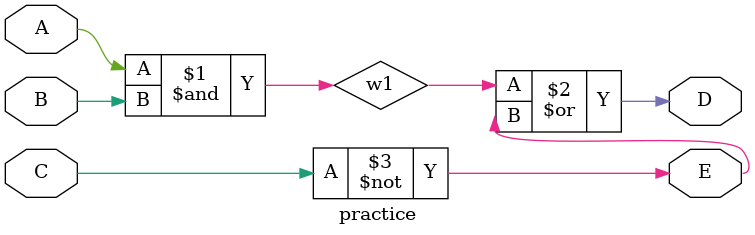
<source format=v>
module practice (A, B, C, D, E);


//define each port, default type is wire and signals 
//are defined directly as their own type
//if you want to change a port type you redefine its type

output	D, E;
input	A, B, C;
wire	w1;


//structural code using primitevs sate(o/p, i/ps)
//propagation delay is done using "#" sign

and		#(30) G1 (w1, A, B);
not		#(10) G2 (E, C);
or		#(20) G3 (D, w1, E);

endmodule

</source>
